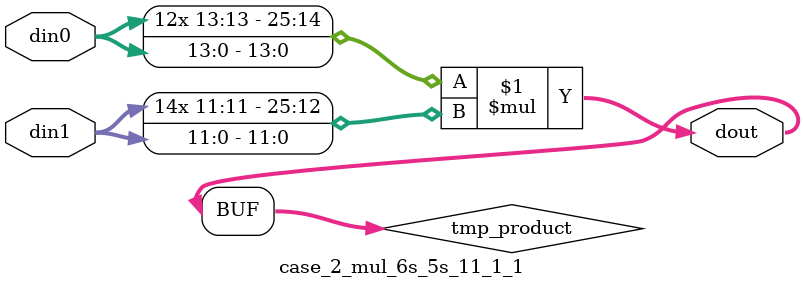
<source format=v>

`timescale 1 ns / 1 ps

 module case_2_mul_6s_5s_11_1_1(din0, din1, dout);
parameter ID = 1;
parameter NUM_STAGE = 0;
parameter din0_WIDTH = 14;
parameter din1_WIDTH = 12;
parameter dout_WIDTH = 26;

input [din0_WIDTH - 1 : 0] din0; 
input [din1_WIDTH - 1 : 0] din1; 
output [dout_WIDTH - 1 : 0] dout;

wire signed [dout_WIDTH - 1 : 0] tmp_product;



























assign tmp_product = $signed(din0) * $signed(din1);








assign dout = tmp_product;





















endmodule

</source>
